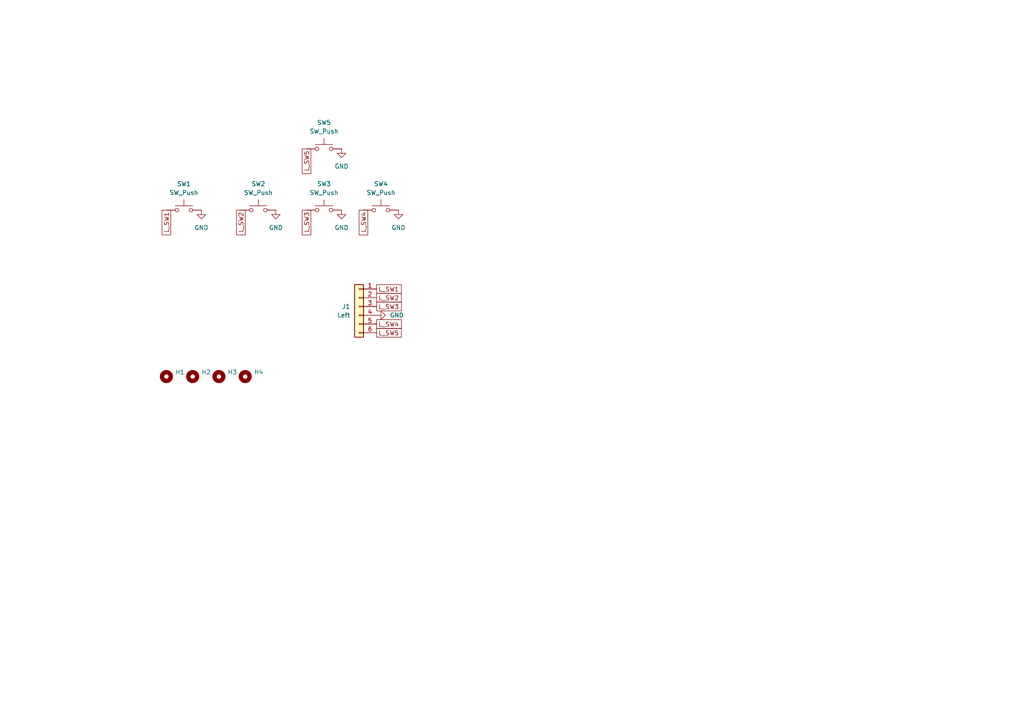
<source format=kicad_sch>
(kicad_sch
	(version 20250114)
	(generator "eeschema")
	(generator_version "9.0")
	(uuid "3d6d9564-079c-467a-81fb-2b5b29675f2a")
	(paper "A4")
	(lib_symbols
		(symbol "Connector_Generic:Conn_01x06"
			(pin_names
				(offset 1.016)
				(hide yes)
			)
			(exclude_from_sim no)
			(in_bom yes)
			(on_board yes)
			(property "Reference" "J"
				(at 0 7.62 0)
				(effects
					(font
						(size 1.27 1.27)
					)
				)
			)
			(property "Value" "Conn_01x06"
				(at 0 -10.16 0)
				(effects
					(font
						(size 1.27 1.27)
					)
				)
			)
			(property "Footprint" ""
				(at 0 0 0)
				(effects
					(font
						(size 1.27 1.27)
					)
					(hide yes)
				)
			)
			(property "Datasheet" "~"
				(at 0 0 0)
				(effects
					(font
						(size 1.27 1.27)
					)
					(hide yes)
				)
			)
			(property "Description" "Generic connector, single row, 01x06, script generated (kicad-library-utils/schlib/autogen/connector/)"
				(at 0 0 0)
				(effects
					(font
						(size 1.27 1.27)
					)
					(hide yes)
				)
			)
			(property "ki_keywords" "connector"
				(at 0 0 0)
				(effects
					(font
						(size 1.27 1.27)
					)
					(hide yes)
				)
			)
			(property "ki_fp_filters" "Connector*:*_1x??_*"
				(at 0 0 0)
				(effects
					(font
						(size 1.27 1.27)
					)
					(hide yes)
				)
			)
			(symbol "Conn_01x06_1_1"
				(rectangle
					(start -1.27 6.35)
					(end 1.27 -8.89)
					(stroke
						(width 0.254)
						(type default)
					)
					(fill
						(type background)
					)
				)
				(rectangle
					(start -1.27 5.207)
					(end 0 4.953)
					(stroke
						(width 0.1524)
						(type default)
					)
					(fill
						(type none)
					)
				)
				(rectangle
					(start -1.27 2.667)
					(end 0 2.413)
					(stroke
						(width 0.1524)
						(type default)
					)
					(fill
						(type none)
					)
				)
				(rectangle
					(start -1.27 0.127)
					(end 0 -0.127)
					(stroke
						(width 0.1524)
						(type default)
					)
					(fill
						(type none)
					)
				)
				(rectangle
					(start -1.27 -2.413)
					(end 0 -2.667)
					(stroke
						(width 0.1524)
						(type default)
					)
					(fill
						(type none)
					)
				)
				(rectangle
					(start -1.27 -4.953)
					(end 0 -5.207)
					(stroke
						(width 0.1524)
						(type default)
					)
					(fill
						(type none)
					)
				)
				(rectangle
					(start -1.27 -7.493)
					(end 0 -7.747)
					(stroke
						(width 0.1524)
						(type default)
					)
					(fill
						(type none)
					)
				)
				(pin passive line
					(at -5.08 5.08 0)
					(length 3.81)
					(name "Pin_1"
						(effects
							(font
								(size 1.27 1.27)
							)
						)
					)
					(number "1"
						(effects
							(font
								(size 1.27 1.27)
							)
						)
					)
				)
				(pin passive line
					(at -5.08 2.54 0)
					(length 3.81)
					(name "Pin_2"
						(effects
							(font
								(size 1.27 1.27)
							)
						)
					)
					(number "2"
						(effects
							(font
								(size 1.27 1.27)
							)
						)
					)
				)
				(pin passive line
					(at -5.08 0 0)
					(length 3.81)
					(name "Pin_3"
						(effects
							(font
								(size 1.27 1.27)
							)
						)
					)
					(number "3"
						(effects
							(font
								(size 1.27 1.27)
							)
						)
					)
				)
				(pin passive line
					(at -5.08 -2.54 0)
					(length 3.81)
					(name "Pin_4"
						(effects
							(font
								(size 1.27 1.27)
							)
						)
					)
					(number "4"
						(effects
							(font
								(size 1.27 1.27)
							)
						)
					)
				)
				(pin passive line
					(at -5.08 -5.08 0)
					(length 3.81)
					(name "Pin_5"
						(effects
							(font
								(size 1.27 1.27)
							)
						)
					)
					(number "5"
						(effects
							(font
								(size 1.27 1.27)
							)
						)
					)
				)
				(pin passive line
					(at -5.08 -7.62 0)
					(length 3.81)
					(name "Pin_6"
						(effects
							(font
								(size 1.27 1.27)
							)
						)
					)
					(number "6"
						(effects
							(font
								(size 1.27 1.27)
							)
						)
					)
				)
			)
			(embedded_fonts no)
		)
		(symbol "Mechanical:MountingHole"
			(pin_names
				(offset 1.016)
			)
			(exclude_from_sim no)
			(in_bom no)
			(on_board yes)
			(property "Reference" "H"
				(at 0 5.08 0)
				(effects
					(font
						(size 1.27 1.27)
					)
				)
			)
			(property "Value" "MountingHole"
				(at 0 3.175 0)
				(effects
					(font
						(size 1.27 1.27)
					)
				)
			)
			(property "Footprint" ""
				(at 0 0 0)
				(effects
					(font
						(size 1.27 1.27)
					)
					(hide yes)
				)
			)
			(property "Datasheet" "~"
				(at 0 0 0)
				(effects
					(font
						(size 1.27 1.27)
					)
					(hide yes)
				)
			)
			(property "Description" "Mounting Hole without connection"
				(at 0 0 0)
				(effects
					(font
						(size 1.27 1.27)
					)
					(hide yes)
				)
			)
			(property "ki_keywords" "mounting hole"
				(at 0 0 0)
				(effects
					(font
						(size 1.27 1.27)
					)
					(hide yes)
				)
			)
			(property "ki_fp_filters" "MountingHole*"
				(at 0 0 0)
				(effects
					(font
						(size 1.27 1.27)
					)
					(hide yes)
				)
			)
			(symbol "MountingHole_0_1"
				(circle
					(center 0 0)
					(radius 1.27)
					(stroke
						(width 1.27)
						(type default)
					)
					(fill
						(type none)
					)
				)
			)
			(embedded_fonts no)
		)
		(symbol "Switch:SW_Push"
			(pin_numbers
				(hide yes)
			)
			(pin_names
				(offset 1.016)
				(hide yes)
			)
			(exclude_from_sim no)
			(in_bom yes)
			(on_board yes)
			(property "Reference" "SW"
				(at 1.27 2.54 0)
				(effects
					(font
						(size 1.27 1.27)
					)
					(justify left)
				)
			)
			(property "Value" "SW_Push"
				(at 0 -1.524 0)
				(effects
					(font
						(size 1.27 1.27)
					)
				)
			)
			(property "Footprint" ""
				(at 0 5.08 0)
				(effects
					(font
						(size 1.27 1.27)
					)
					(hide yes)
				)
			)
			(property "Datasheet" "~"
				(at 0 5.08 0)
				(effects
					(font
						(size 1.27 1.27)
					)
					(hide yes)
				)
			)
			(property "Description" "Push button switch, generic, two pins"
				(at 0 0 0)
				(effects
					(font
						(size 1.27 1.27)
					)
					(hide yes)
				)
			)
			(property "ki_keywords" "switch normally-open pushbutton push-button"
				(at 0 0 0)
				(effects
					(font
						(size 1.27 1.27)
					)
					(hide yes)
				)
			)
			(symbol "SW_Push_0_1"
				(circle
					(center -2.032 0)
					(radius 0.508)
					(stroke
						(width 0)
						(type default)
					)
					(fill
						(type none)
					)
				)
				(polyline
					(pts
						(xy 0 1.27) (xy 0 3.048)
					)
					(stroke
						(width 0)
						(type default)
					)
					(fill
						(type none)
					)
				)
				(circle
					(center 2.032 0)
					(radius 0.508)
					(stroke
						(width 0)
						(type default)
					)
					(fill
						(type none)
					)
				)
				(polyline
					(pts
						(xy 2.54 1.27) (xy -2.54 1.27)
					)
					(stroke
						(width 0)
						(type default)
					)
					(fill
						(type none)
					)
				)
				(pin passive line
					(at -5.08 0 0)
					(length 2.54)
					(name "1"
						(effects
							(font
								(size 1.27 1.27)
							)
						)
					)
					(number "1"
						(effects
							(font
								(size 1.27 1.27)
							)
						)
					)
				)
				(pin passive line
					(at 5.08 0 180)
					(length 2.54)
					(name "2"
						(effects
							(font
								(size 1.27 1.27)
							)
						)
					)
					(number "2"
						(effects
							(font
								(size 1.27 1.27)
							)
						)
					)
				)
			)
			(embedded_fonts no)
		)
		(symbol "power:GND"
			(power)
			(pin_numbers
				(hide yes)
			)
			(pin_names
				(offset 0)
				(hide yes)
			)
			(exclude_from_sim no)
			(in_bom yes)
			(on_board yes)
			(property "Reference" "#PWR"
				(at 0 -6.35 0)
				(effects
					(font
						(size 1.27 1.27)
					)
					(hide yes)
				)
			)
			(property "Value" "GND"
				(at 0 -3.81 0)
				(effects
					(font
						(size 1.27 1.27)
					)
				)
			)
			(property "Footprint" ""
				(at 0 0 0)
				(effects
					(font
						(size 1.27 1.27)
					)
					(hide yes)
				)
			)
			(property "Datasheet" ""
				(at 0 0 0)
				(effects
					(font
						(size 1.27 1.27)
					)
					(hide yes)
				)
			)
			(property "Description" "Power symbol creates a global label with name \"GND\" , ground"
				(at 0 0 0)
				(effects
					(font
						(size 1.27 1.27)
					)
					(hide yes)
				)
			)
			(property "ki_keywords" "global power"
				(at 0 0 0)
				(effects
					(font
						(size 1.27 1.27)
					)
					(hide yes)
				)
			)
			(symbol "GND_0_1"
				(polyline
					(pts
						(xy 0 0) (xy 0 -1.27) (xy 1.27 -1.27) (xy 0 -2.54) (xy -1.27 -1.27) (xy 0 -1.27)
					)
					(stroke
						(width 0)
						(type default)
					)
					(fill
						(type none)
					)
				)
			)
			(symbol "GND_1_1"
				(pin power_in line
					(at 0 0 270)
					(length 0)
					(name "~"
						(effects
							(font
								(size 1.27 1.27)
							)
						)
					)
					(number "1"
						(effects
							(font
								(size 1.27 1.27)
							)
						)
					)
				)
			)
			(embedded_fonts no)
		)
	)
	(global_label "L_SW3"
		(shape passive)
		(at 109.22 88.9 0)
		(fields_autoplaced yes)
		(effects
			(font
				(size 1.27 1.27)
			)
			(justify left)
		)
		(uuid "16ea9530-1a3e-4547-a52a-fd2144924065")
		(property "Intersheetrefs" "${INTERSHEET_REFS}"
			(at 116.96 88.9 0)
			(effects
				(font
					(size 1.27 1.27)
				)
				(justify left)
				(hide yes)
			)
		)
	)
	(global_label "L_SW4"
		(shape passive)
		(at 105.41 60.96 270)
		(fields_autoplaced yes)
		(effects
			(font
				(size 1.27 1.27)
			)
			(justify right)
		)
		(uuid "1f784d3d-71bb-498e-8be5-b6621f0b386d")
		(property "Intersheetrefs" "${INTERSHEET_REFS}"
			(at 105.41 68.7 90)
			(effects
				(font
					(size 1.27 1.27)
				)
				(justify right)
				(hide yes)
			)
		)
	)
	(global_label "L_SW2"
		(shape passive)
		(at 69.85 60.96 270)
		(fields_autoplaced yes)
		(effects
			(font
				(size 1.27 1.27)
			)
			(justify right)
		)
		(uuid "5de12853-ecd6-48f3-acdf-50a85111e4f8")
		(property "Intersheetrefs" "${INTERSHEET_REFS}"
			(at 69.85 68.7 90)
			(effects
				(font
					(size 1.27 1.27)
				)
				(justify right)
				(hide yes)
			)
		)
	)
	(global_label "L_SW1"
		(shape passive)
		(at 109.22 83.82 0)
		(fields_autoplaced yes)
		(effects
			(font
				(size 1.27 1.27)
			)
			(justify left)
		)
		(uuid "72f12e1e-9cfa-4f27-a6c9-cf0029af51e5")
		(property "Intersheetrefs" "${INTERSHEET_REFS}"
			(at 116.96 83.82 0)
			(effects
				(font
					(size 1.27 1.27)
				)
				(justify left)
				(hide yes)
			)
		)
	)
	(global_label "L_SW1"
		(shape passive)
		(at 48.26 60.96 270)
		(fields_autoplaced yes)
		(effects
			(font
				(size 1.27 1.27)
			)
			(justify right)
		)
		(uuid "ac2f2ab7-b2a3-44d4-8089-a50889dc9dc7")
		(property "Intersheetrefs" "${INTERSHEET_REFS}"
			(at 48.26 68.7 90)
			(effects
				(font
					(size 1.27 1.27)
				)
				(justify right)
				(hide yes)
			)
		)
	)
	(global_label "L_SW2"
		(shape passive)
		(at 109.22 86.36 0)
		(fields_autoplaced yes)
		(effects
			(font
				(size 1.27 1.27)
			)
			(justify left)
		)
		(uuid "add4eed4-2d94-40d7-b5e2-eb49deec8671")
		(property "Intersheetrefs" "${INTERSHEET_REFS}"
			(at 116.96 86.36 0)
			(effects
				(font
					(size 1.27 1.27)
				)
				(justify left)
				(hide yes)
			)
		)
	)
	(global_label "L_SW3"
		(shape passive)
		(at 88.9 60.96 270)
		(fields_autoplaced yes)
		(effects
			(font
				(size 1.27 1.27)
			)
			(justify right)
		)
		(uuid "c75f737a-2d54-457d-a48b-8fdf40c66288")
		(property "Intersheetrefs" "${INTERSHEET_REFS}"
			(at 88.9 68.7 90)
			(effects
				(font
					(size 1.27 1.27)
				)
				(justify right)
				(hide yes)
			)
		)
	)
	(global_label "L_SW5"
		(shape passive)
		(at 109.22 96.52 0)
		(fields_autoplaced yes)
		(effects
			(font
				(size 1.27 1.27)
			)
			(justify left)
		)
		(uuid "cc531ca4-7d33-4dff-818a-e52fd1156d9d")
		(property "Intersheetrefs" "${INTERSHEET_REFS}"
			(at 116.96 96.52 0)
			(effects
				(font
					(size 1.27 1.27)
				)
				(justify left)
				(hide yes)
			)
		)
	)
	(global_label "L_SW5"
		(shape passive)
		(at 88.9 43.18 270)
		(fields_autoplaced yes)
		(effects
			(font
				(size 1.27 1.27)
			)
			(justify right)
		)
		(uuid "d6c80e5e-9b7f-481c-bb32-807c57ed9168")
		(property "Intersheetrefs" "${INTERSHEET_REFS}"
			(at 88.9 50.92 90)
			(effects
				(font
					(size 1.27 1.27)
				)
				(justify right)
				(hide yes)
			)
		)
	)
	(global_label "L_SW4"
		(shape passive)
		(at 109.22 93.98 0)
		(fields_autoplaced yes)
		(effects
			(font
				(size 1.27 1.27)
			)
			(justify left)
		)
		(uuid "de0d347b-b179-4a2e-af09-ca894e74f883")
		(property "Intersheetrefs" "${INTERSHEET_REFS}"
			(at 116.96 93.98 0)
			(effects
				(font
					(size 1.27 1.27)
				)
				(justify left)
				(hide yes)
			)
		)
	)
	(symbol
		(lib_id "power:GND")
		(at 80.01 60.96 0)
		(unit 1)
		(exclude_from_sim no)
		(in_bom yes)
		(on_board yes)
		(dnp no)
		(fields_autoplaced yes)
		(uuid "199a7b08-590f-4fa0-ac08-0a97d07fab37")
		(property "Reference" "#PWR02"
			(at 80.01 67.31 0)
			(effects
				(font
					(size 1.27 1.27)
				)
				(hide yes)
			)
		)
		(property "Value" "GND"
			(at 80.01 66.04 0)
			(effects
				(font
					(size 1.27 1.27)
				)
			)
		)
		(property "Footprint" ""
			(at 80.01 60.96 0)
			(effects
				(font
					(size 1.27 1.27)
				)
				(hide yes)
			)
		)
		(property "Datasheet" ""
			(at 80.01 60.96 0)
			(effects
				(font
					(size 1.27 1.27)
				)
				(hide yes)
			)
		)
		(property "Description" "Power symbol creates a global label with name \"GND\" , ground"
			(at 80.01 60.96 0)
			(effects
				(font
					(size 1.27 1.27)
				)
				(hide yes)
			)
		)
		(pin "1"
			(uuid "f2f61ed0-d957-4a68-9468-b719636a8747")
		)
		(instances
			(project "PartLeft"
				(path "/3d6d9564-079c-467a-81fb-2b5b29675f2a"
					(reference "#PWR02")
					(unit 1)
				)
			)
		)
	)
	(symbol
		(lib_id "Connector_Generic:Conn_01x06")
		(at 104.14 88.9 0)
		(mirror y)
		(unit 1)
		(exclude_from_sim no)
		(in_bom yes)
		(on_board yes)
		(dnp no)
		(uuid "1e77c4ff-b652-4bf4-9e6e-607cd4691288")
		(property "Reference" "J1"
			(at 101.6 88.8999 0)
			(effects
				(font
					(size 1.27 1.27)
				)
				(justify left)
			)
		)
		(property "Value" "Left"
			(at 101.6 91.4399 0)
			(effects
				(font
					(size 1.27 1.27)
				)
				(justify left)
			)
		)
		(property "Footprint" "Connector_PinHeader_2.54mm:PinHeader_1x06_P2.54mm_Horizontal"
			(at 104.14 88.9 0)
			(effects
				(font
					(size 1.27 1.27)
				)
				(hide yes)
			)
		)
		(property "Datasheet" "~"
			(at 104.14 88.9 0)
			(effects
				(font
					(size 1.27 1.27)
				)
				(hide yes)
			)
		)
		(property "Description" "Generic connector, single row, 01x06, script generated (kicad-library-utils/schlib/autogen/connector/)"
			(at 104.14 88.9 0)
			(effects
				(font
					(size 1.27 1.27)
				)
				(hide yes)
			)
		)
		(pin "3"
			(uuid "08e91f2a-bc3f-46d3-a12f-358f6497605f")
		)
		(pin "6"
			(uuid "8ab86179-bf3f-4797-ab6c-697e44415820")
		)
		(pin "4"
			(uuid "202cbff8-4fff-46f8-9695-1d6f781ffeaf")
		)
		(pin "5"
			(uuid "b1072de6-fd59-4708-b368-4a3accb99cf3")
		)
		(pin "2"
			(uuid "d607cb7b-3699-4639-ace9-f9cd326163ec")
		)
		(pin "1"
			(uuid "595543c4-f385-4a1d-96a5-ae0d3a0a64e7")
		)
		(instances
			(project "PartLeft"
				(path "/3d6d9564-079c-467a-81fb-2b5b29675f2a"
					(reference "J1")
					(unit 1)
				)
			)
		)
	)
	(symbol
		(lib_id "power:GND")
		(at 99.06 43.18 0)
		(unit 1)
		(exclude_from_sim no)
		(in_bom yes)
		(on_board yes)
		(dnp no)
		(fields_autoplaced yes)
		(uuid "33e3a7f4-2848-42d8-9489-ddcdc43c53ae")
		(property "Reference" "#PWR05"
			(at 99.06 49.53 0)
			(effects
				(font
					(size 1.27 1.27)
				)
				(hide yes)
			)
		)
		(property "Value" "GND"
			(at 99.06 48.26 0)
			(effects
				(font
					(size 1.27 1.27)
				)
			)
		)
		(property "Footprint" ""
			(at 99.06 43.18 0)
			(effects
				(font
					(size 1.27 1.27)
				)
				(hide yes)
			)
		)
		(property "Datasheet" ""
			(at 99.06 43.18 0)
			(effects
				(font
					(size 1.27 1.27)
				)
				(hide yes)
			)
		)
		(property "Description" "Power symbol creates a global label with name \"GND\" , ground"
			(at 99.06 43.18 0)
			(effects
				(font
					(size 1.27 1.27)
				)
				(hide yes)
			)
		)
		(pin "1"
			(uuid "79725b1b-23ff-41cd-ae67-39bb5c2c0619")
		)
		(instances
			(project "PartLeft"
				(path "/3d6d9564-079c-467a-81fb-2b5b29675f2a"
					(reference "#PWR05")
					(unit 1)
				)
			)
		)
	)
	(symbol
		(lib_id "Mechanical:MountingHole")
		(at 55.88 109.22 0)
		(unit 1)
		(exclude_from_sim no)
		(in_bom no)
		(on_board yes)
		(dnp no)
		(fields_autoplaced yes)
		(uuid "597a9def-704c-42f6-9a53-d567c984dbdf")
		(property "Reference" "H2"
			(at 58.42 107.9499 0)
			(effects
				(font
					(size 1.27 1.27)
				)
				(justify left)
			)
		)
		(property "Value" "MountingHole"
			(at 58.42 110.4899 0)
			(effects
				(font
					(size 1.27 1.27)
				)
				(justify left)
				(hide yes)
			)
		)
		(property "Footprint" "MountingHole:MountingHole_3.2mm_M3_DIN965"
			(at 55.88 109.22 0)
			(effects
				(font
					(size 1.27 1.27)
				)
				(hide yes)
			)
		)
		(property "Datasheet" "~"
			(at 55.88 109.22 0)
			(effects
				(font
					(size 1.27 1.27)
				)
				(hide yes)
			)
		)
		(property "Description" "Mounting Hole without connection"
			(at 55.88 109.22 0)
			(effects
				(font
					(size 1.27 1.27)
				)
				(hide yes)
			)
		)
		(instances
			(project "PartLeft"
				(path "/3d6d9564-079c-467a-81fb-2b5b29675f2a"
					(reference "H2")
					(unit 1)
				)
			)
		)
	)
	(symbol
		(lib_id "power:GND")
		(at 99.06 60.96 0)
		(unit 1)
		(exclude_from_sim no)
		(in_bom yes)
		(on_board yes)
		(dnp no)
		(fields_autoplaced yes)
		(uuid "685de8fc-dc6c-4373-a019-ff187e6f97cb")
		(property "Reference" "#PWR03"
			(at 99.06 67.31 0)
			(effects
				(font
					(size 1.27 1.27)
				)
				(hide yes)
			)
		)
		(property "Value" "GND"
			(at 99.06 66.04 0)
			(effects
				(font
					(size 1.27 1.27)
				)
			)
		)
		(property "Footprint" ""
			(at 99.06 60.96 0)
			(effects
				(font
					(size 1.27 1.27)
				)
				(hide yes)
			)
		)
		(property "Datasheet" ""
			(at 99.06 60.96 0)
			(effects
				(font
					(size 1.27 1.27)
				)
				(hide yes)
			)
		)
		(property "Description" "Power symbol creates a global label with name \"GND\" , ground"
			(at 99.06 60.96 0)
			(effects
				(font
					(size 1.27 1.27)
				)
				(hide yes)
			)
		)
		(pin "1"
			(uuid "fdb99f44-55fb-4d7b-9053-98da374fc10a")
		)
		(instances
			(project "PartLeft"
				(path "/3d6d9564-079c-467a-81fb-2b5b29675f2a"
					(reference "#PWR03")
					(unit 1)
				)
			)
		)
	)
	(symbol
		(lib_id "Mechanical:MountingHole")
		(at 63.5 109.22 0)
		(unit 1)
		(exclude_from_sim no)
		(in_bom no)
		(on_board yes)
		(dnp no)
		(fields_autoplaced yes)
		(uuid "738843b7-6da3-4ffd-93a9-442d53450773")
		(property "Reference" "H3"
			(at 66.04 107.9499 0)
			(effects
				(font
					(size 1.27 1.27)
				)
				(justify left)
			)
		)
		(property "Value" "MountingHole"
			(at 66.04 110.4899 0)
			(effects
				(font
					(size 1.27 1.27)
				)
				(justify left)
				(hide yes)
			)
		)
		(property "Footprint" "MountingHole:MountingHole_3.2mm_M3_DIN965"
			(at 63.5 109.22 0)
			(effects
				(font
					(size 1.27 1.27)
				)
				(hide yes)
			)
		)
		(property "Datasheet" "~"
			(at 63.5 109.22 0)
			(effects
				(font
					(size 1.27 1.27)
				)
				(hide yes)
			)
		)
		(property "Description" "Mounting Hole without connection"
			(at 63.5 109.22 0)
			(effects
				(font
					(size 1.27 1.27)
				)
				(hide yes)
			)
		)
		(instances
			(project "PartLeft"
				(path "/3d6d9564-079c-467a-81fb-2b5b29675f2a"
					(reference "H3")
					(unit 1)
				)
			)
		)
	)
	(symbol
		(lib_id "power:GND")
		(at 109.22 91.44 90)
		(unit 1)
		(exclude_from_sim no)
		(in_bom yes)
		(on_board yes)
		(dnp no)
		(fields_autoplaced yes)
		(uuid "8750b435-b22f-4fe6-a755-7368033e3387")
		(property "Reference" "#PWR011"
			(at 115.57 91.44 0)
			(effects
				(font
					(size 1.27 1.27)
				)
				(hide yes)
			)
		)
		(property "Value" "GND"
			(at 113.03 91.4399 90)
			(effects
				(font
					(size 1.27 1.27)
				)
				(justify right)
			)
		)
		(property "Footprint" ""
			(at 109.22 91.44 0)
			(effects
				(font
					(size 1.27 1.27)
				)
				(hide yes)
			)
		)
		(property "Datasheet" ""
			(at 109.22 91.44 0)
			(effects
				(font
					(size 1.27 1.27)
				)
				(hide yes)
			)
		)
		(property "Description" "Power symbol creates a global label with name \"GND\" , ground"
			(at 109.22 91.44 0)
			(effects
				(font
					(size 1.27 1.27)
				)
				(hide yes)
			)
		)
		(pin "1"
			(uuid "30a524ee-1d27-4fe5-bbab-96d30afc5e7d")
		)
		(instances
			(project "PartLeft"
				(path "/3d6d9564-079c-467a-81fb-2b5b29675f2a"
					(reference "#PWR011")
					(unit 1)
				)
			)
		)
	)
	(symbol
		(lib_id "Switch:SW_Push")
		(at 93.98 43.18 0)
		(unit 1)
		(exclude_from_sim no)
		(in_bom yes)
		(on_board yes)
		(dnp no)
		(fields_autoplaced yes)
		(uuid "88988d04-728d-4556-9392-eebeb270b4d6")
		(property "Reference" "SW5"
			(at 93.98 35.56 0)
			(effects
				(font
					(size 1.27 1.27)
				)
			)
		)
		(property "Value" "SW_Push"
			(at 93.98 38.1 0)
			(effects
				(font
					(size 1.27 1.27)
				)
			)
		)
		(property "Footprint" "KeySwitches:SW_MX_HotSwap_PTH"
			(at 93.98 38.1 0)
			(effects
				(font
					(size 1.27 1.27)
				)
				(hide yes)
			)
		)
		(property "Datasheet" "~"
			(at 93.98 38.1 0)
			(effects
				(font
					(size 1.27 1.27)
				)
				(hide yes)
			)
		)
		(property "Description" "Push button switch, generic, two pins"
			(at 93.98 43.18 0)
			(effects
				(font
					(size 1.27 1.27)
				)
				(hide yes)
			)
		)
		(pin "2"
			(uuid "9e96d6b4-cd8e-4658-9ae0-26fbd2609baa")
		)
		(pin "1"
			(uuid "d5b548d7-a040-4189-96c1-063ec29021b1")
		)
		(instances
			(project "PartLeft"
				(path "/3d6d9564-079c-467a-81fb-2b5b29675f2a"
					(reference "SW5")
					(unit 1)
				)
			)
		)
	)
	(symbol
		(lib_id "Switch:SW_Push")
		(at 74.93 60.96 0)
		(unit 1)
		(exclude_from_sim no)
		(in_bom yes)
		(on_board yes)
		(dnp no)
		(fields_autoplaced yes)
		(uuid "8946f167-4874-4979-b212-0d8b35c717ba")
		(property "Reference" "SW2"
			(at 74.93 53.34 0)
			(effects
				(font
					(size 1.27 1.27)
				)
			)
		)
		(property "Value" "SW_Push"
			(at 74.93 55.88 0)
			(effects
				(font
					(size 1.27 1.27)
				)
			)
		)
		(property "Footprint" "KeySwitches:SW_MX_HotSwap_PTH"
			(at 74.93 55.88 0)
			(effects
				(font
					(size 1.27 1.27)
				)
				(hide yes)
			)
		)
		(property "Datasheet" "~"
			(at 74.93 55.88 0)
			(effects
				(font
					(size 1.27 1.27)
				)
				(hide yes)
			)
		)
		(property "Description" "Push button switch, generic, two pins"
			(at 74.93 60.96 0)
			(effects
				(font
					(size 1.27 1.27)
				)
				(hide yes)
			)
		)
		(pin "2"
			(uuid "c9cc07f3-f005-4bc3-b7f1-41a2ed2af0ee")
		)
		(pin "1"
			(uuid "c2553feb-10bb-49e8-8594-0fa44ef608a2")
		)
		(instances
			(project "PartLeft"
				(path "/3d6d9564-079c-467a-81fb-2b5b29675f2a"
					(reference "SW2")
					(unit 1)
				)
			)
		)
	)
	(symbol
		(lib_id "power:GND")
		(at 115.57 60.96 0)
		(unit 1)
		(exclude_from_sim no)
		(in_bom yes)
		(on_board yes)
		(dnp no)
		(fields_autoplaced yes)
		(uuid "95030b48-644d-46d2-b007-164054564142")
		(property "Reference" "#PWR04"
			(at 115.57 67.31 0)
			(effects
				(font
					(size 1.27 1.27)
				)
				(hide yes)
			)
		)
		(property "Value" "GND"
			(at 115.57 66.04 0)
			(effects
				(font
					(size 1.27 1.27)
				)
			)
		)
		(property "Footprint" ""
			(at 115.57 60.96 0)
			(effects
				(font
					(size 1.27 1.27)
				)
				(hide yes)
			)
		)
		(property "Datasheet" ""
			(at 115.57 60.96 0)
			(effects
				(font
					(size 1.27 1.27)
				)
				(hide yes)
			)
		)
		(property "Description" "Power symbol creates a global label with name \"GND\" , ground"
			(at 115.57 60.96 0)
			(effects
				(font
					(size 1.27 1.27)
				)
				(hide yes)
			)
		)
		(pin "1"
			(uuid "1fe3aea0-5708-4fd7-9ccf-7ac2a6342358")
		)
		(instances
			(project "PartLeft"
				(path "/3d6d9564-079c-467a-81fb-2b5b29675f2a"
					(reference "#PWR04")
					(unit 1)
				)
			)
		)
	)
	(symbol
		(lib_id "Switch:SW_Push")
		(at 110.49 60.96 0)
		(unit 1)
		(exclude_from_sim no)
		(in_bom yes)
		(on_board yes)
		(dnp no)
		(fields_autoplaced yes)
		(uuid "970a1014-6edb-4e2b-82b4-09575b6334fb")
		(property "Reference" "SW4"
			(at 110.49 53.34 0)
			(effects
				(font
					(size 1.27 1.27)
				)
			)
		)
		(property "Value" "SW_Push"
			(at 110.49 55.88 0)
			(effects
				(font
					(size 1.27 1.27)
				)
			)
		)
		(property "Footprint" "KeySwitches:SW_MX_HotSwap_PTH"
			(at 110.49 55.88 0)
			(effects
				(font
					(size 1.27 1.27)
				)
				(hide yes)
			)
		)
		(property "Datasheet" "~"
			(at 110.49 55.88 0)
			(effects
				(font
					(size 1.27 1.27)
				)
				(hide yes)
			)
		)
		(property "Description" "Push button switch, generic, two pins"
			(at 110.49 60.96 0)
			(effects
				(font
					(size 1.27 1.27)
				)
				(hide yes)
			)
		)
		(pin "2"
			(uuid "a2aa4df2-a459-4425-b194-390d214cc6d2")
		)
		(pin "1"
			(uuid "7f231c4b-fe6f-40de-912a-30fc394f147c")
		)
		(instances
			(project "PartLeft"
				(path "/3d6d9564-079c-467a-81fb-2b5b29675f2a"
					(reference "SW4")
					(unit 1)
				)
			)
		)
	)
	(symbol
		(lib_id "Mechanical:MountingHole")
		(at 71.12 109.22 0)
		(unit 1)
		(exclude_from_sim no)
		(in_bom no)
		(on_board yes)
		(dnp no)
		(fields_autoplaced yes)
		(uuid "cfecdb64-57f5-4eb0-9cbf-9239e2c01457")
		(property "Reference" "H4"
			(at 73.66 107.9499 0)
			(effects
				(font
					(size 1.27 1.27)
				)
				(justify left)
			)
		)
		(property "Value" "MountingHole"
			(at 73.66 110.4899 0)
			(effects
				(font
					(size 1.27 1.27)
				)
				(justify left)
				(hide yes)
			)
		)
		(property "Footprint" "MountingHole:MountingHole_3.2mm_M3_DIN965"
			(at 71.12 109.22 0)
			(effects
				(font
					(size 1.27 1.27)
				)
				(hide yes)
			)
		)
		(property "Datasheet" "~"
			(at 71.12 109.22 0)
			(effects
				(font
					(size 1.27 1.27)
				)
				(hide yes)
			)
		)
		(property "Description" "Mounting Hole without connection"
			(at 71.12 109.22 0)
			(effects
				(font
					(size 1.27 1.27)
				)
				(hide yes)
			)
		)
		(instances
			(project "PartLeft"
				(path "/3d6d9564-079c-467a-81fb-2b5b29675f2a"
					(reference "H4")
					(unit 1)
				)
			)
		)
	)
	(symbol
		(lib_id "Mechanical:MountingHole")
		(at 48.26 109.22 0)
		(unit 1)
		(exclude_from_sim no)
		(in_bom no)
		(on_board yes)
		(dnp no)
		(fields_autoplaced yes)
		(uuid "de1a3e11-7ebf-45d2-ab94-b600ad4205a3")
		(property "Reference" "H1"
			(at 50.8 107.9499 0)
			(effects
				(font
					(size 1.27 1.27)
				)
				(justify left)
			)
		)
		(property "Value" "MountingHole"
			(at 50.8 110.4899 0)
			(effects
				(font
					(size 1.27 1.27)
				)
				(justify left)
				(hide yes)
			)
		)
		(property "Footprint" "MountingHole:MountingHole_3.2mm_M3_DIN965"
			(at 48.26 109.22 0)
			(effects
				(font
					(size 1.27 1.27)
				)
				(hide yes)
			)
		)
		(property "Datasheet" "~"
			(at 48.26 109.22 0)
			(effects
				(font
					(size 1.27 1.27)
				)
				(hide yes)
			)
		)
		(property "Description" "Mounting Hole without connection"
			(at 48.26 109.22 0)
			(effects
				(font
					(size 1.27 1.27)
				)
				(hide yes)
			)
		)
		(instances
			(project "PartLeft"
				(path "/3d6d9564-079c-467a-81fb-2b5b29675f2a"
					(reference "H1")
					(unit 1)
				)
			)
		)
	)
	(symbol
		(lib_id "Switch:SW_Push")
		(at 93.98 60.96 0)
		(unit 1)
		(exclude_from_sim no)
		(in_bom yes)
		(on_board yes)
		(dnp no)
		(fields_autoplaced yes)
		(uuid "f2c2a90f-a47f-4af5-ba32-1e4277deab59")
		(property "Reference" "SW3"
			(at 93.98 53.34 0)
			(effects
				(font
					(size 1.27 1.27)
				)
			)
		)
		(property "Value" "SW_Push"
			(at 93.98 55.88 0)
			(effects
				(font
					(size 1.27 1.27)
				)
			)
		)
		(property "Footprint" "KeySwitches:SW_MX_HotSwap_PTH"
			(at 93.98 55.88 0)
			(effects
				(font
					(size 1.27 1.27)
				)
				(hide yes)
			)
		)
		(property "Datasheet" "~"
			(at 93.98 55.88 0)
			(effects
				(font
					(size 1.27 1.27)
				)
				(hide yes)
			)
		)
		(property "Description" "Push button switch, generic, two pins"
			(at 93.98 60.96 0)
			(effects
				(font
					(size 1.27 1.27)
				)
				(hide yes)
			)
		)
		(pin "2"
			(uuid "0316e683-6aac-43fd-bb07-113f2e978969")
		)
		(pin "1"
			(uuid "94700f5c-5a95-4cd9-9279-b7a1ca3c5ecd")
		)
		(instances
			(project "PartLeft"
				(path "/3d6d9564-079c-467a-81fb-2b5b29675f2a"
					(reference "SW3")
					(unit 1)
				)
			)
		)
	)
	(symbol
		(lib_id "power:GND")
		(at 58.42 60.96 0)
		(unit 1)
		(exclude_from_sim no)
		(in_bom yes)
		(on_board yes)
		(dnp no)
		(fields_autoplaced yes)
		(uuid "f56d79b2-84f7-40ee-a4c7-67ab72651857")
		(property "Reference" "#PWR01"
			(at 58.42 67.31 0)
			(effects
				(font
					(size 1.27 1.27)
				)
				(hide yes)
			)
		)
		(property "Value" "GND"
			(at 58.42 66.04 0)
			(effects
				(font
					(size 1.27 1.27)
				)
			)
		)
		(property "Footprint" ""
			(at 58.42 60.96 0)
			(effects
				(font
					(size 1.27 1.27)
				)
				(hide yes)
			)
		)
		(property "Datasheet" ""
			(at 58.42 60.96 0)
			(effects
				(font
					(size 1.27 1.27)
				)
				(hide yes)
			)
		)
		(property "Description" "Power symbol creates a global label with name \"GND\" , ground"
			(at 58.42 60.96 0)
			(effects
				(font
					(size 1.27 1.27)
				)
				(hide yes)
			)
		)
		(pin "1"
			(uuid "40260fb4-531f-4d6a-8376-93610a8a0d74")
		)
		(instances
			(project "PartLeft"
				(path "/3d6d9564-079c-467a-81fb-2b5b29675f2a"
					(reference "#PWR01")
					(unit 1)
				)
			)
		)
	)
	(symbol
		(lib_id "Switch:SW_Push")
		(at 53.34 60.96 0)
		(unit 1)
		(exclude_from_sim no)
		(in_bom yes)
		(on_board yes)
		(dnp no)
		(fields_autoplaced yes)
		(uuid "fdfb7bc0-0463-4f68-94a3-1ba90554392d")
		(property "Reference" "SW1"
			(at 53.34 53.34 0)
			(effects
				(font
					(size 1.27 1.27)
				)
			)
		)
		(property "Value" "SW_Push"
			(at 53.34 55.88 0)
			(effects
				(font
					(size 1.27 1.27)
				)
			)
		)
		(property "Footprint" "KeySwitches:SW_MX_HotSwap_PTH"
			(at 53.34 55.88 0)
			(effects
				(font
					(size 1.27 1.27)
				)
				(hide yes)
			)
		)
		(property "Datasheet" "~"
			(at 53.34 55.88 0)
			(effects
				(font
					(size 1.27 1.27)
				)
				(hide yes)
			)
		)
		(property "Description" "Push button switch, generic, two pins"
			(at 53.34 60.96 0)
			(effects
				(font
					(size 1.27 1.27)
				)
				(hide yes)
			)
		)
		(pin "2"
			(uuid "6f2be2ec-68e2-45b7-9158-810f16fc7dc8")
		)
		(pin "1"
			(uuid "a92e24d2-4b16-4962-a79a-32ed47ab3e6d")
		)
		(instances
			(project "PartLeft"
				(path "/3d6d9564-079c-467a-81fb-2b5b29675f2a"
					(reference "SW1")
					(unit 1)
				)
			)
		)
	)
	(sheet_instances
		(path "/"
			(page "1")
		)
	)
	(embedded_fonts no)
)

</source>
